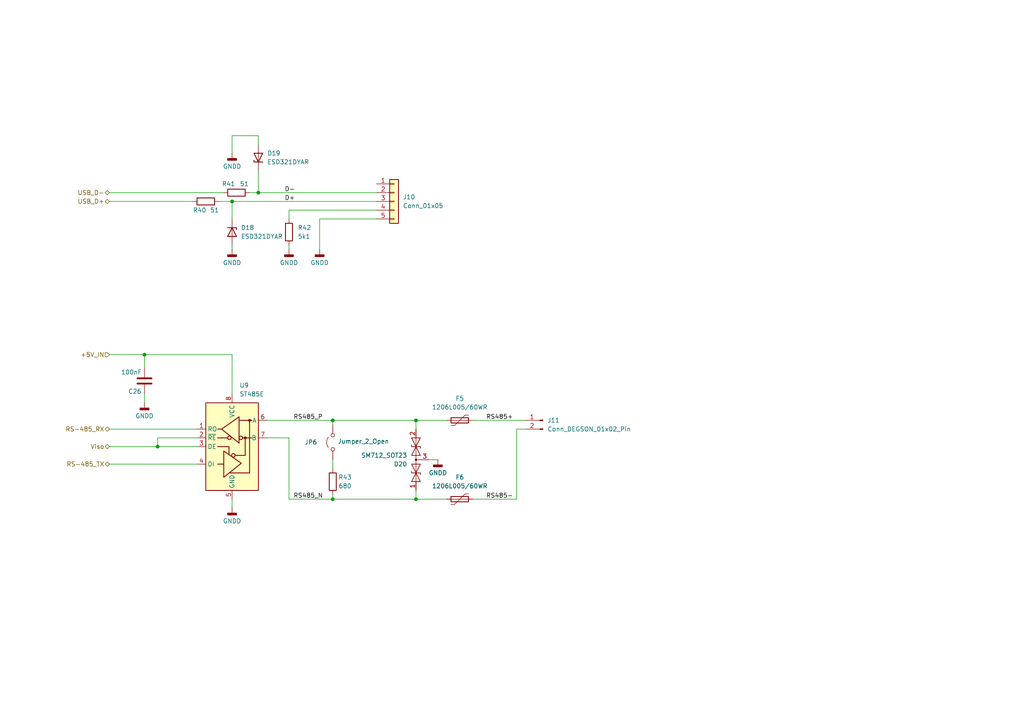
<source format=kicad_sch>
(kicad_sch (version 20250114) (generator "eeschema") (generator_version "9.0")
  (paper "A4")
  (lib_symbols
    (symbol "Connector_Generic:Conn_01x05" (pin_names (offset 1.016) (hide yes))
      (property "Reference" "J" (at 0 7.62 0))
      (property "Value" "Conn_01x05" (at 0 -7.62 0))
      (symbol "Conn_01x05_1_1"
        (rectangle (start -1.27 6.35) (end 1.27 -6.35) (stroke (width 0.254)) (fill (type background)))
        (rectangle (start -1.27 5.207) (end 0 4.953) (stroke (width 0.1524)))
        (rectangle (start -1.27 2.667) (end 0 2.413) (stroke (width 0.1524)))
        (rectangle (start -1.27 0.127) (end 0 -0.127) (stroke (width 0.1524)))
        (rectangle (start -1.27 -2.413) (end 0 -2.667) (stroke (width 0.1524)))
        (rectangle (start -1.27 -4.953) (end 0 -5.207) (stroke (width 0.1524)))
        (pin passive line (at -5.08 5.08 0) (length 3.81) (name "Pin_1") (number "1"))
        (pin passive line (at -5.08 2.54 0) (length 3.81) (name "Pin_2") (number "2"))
        (pin passive line (at -5.08 0 0) (length 3.81) (name "Pin_3") (number "3"))
        (pin passive line (at -5.08 -2.54 0) (length 3.81) (name "Pin_4") (number "4"))
        (pin passive line (at -5.08 -5.08 0) (length 3.81) (name "Pin_5") (number "5"))
      )
    )
    (symbol "Device:C" (pin_numbers (hide yes)) (pin_names (offset 0.254))
      (property "Reference" "C" (at 0.635 2.54 0))
      (property "Value" "C" (at 0.635 -2.54 0))
      (symbol "C_0_1"
        (polyline (pts (xy -2.032 0.762) (xy 2.032 0.762)) (stroke (width 0.508)))
        (polyline (pts (xy -2.032 -0.762) (xy 2.032 -0.762)) (stroke (width 0.508)))
      )
      (symbol "C_1_1"
        (pin passive line (at 0 3.81 270) (length 2.794) (name "~") (number "1"))
        (pin passive line (at 0 -3.81 90) (length 2.794) (name "~") (number "2"))
      )
    )
    (symbol "Device:Polyfuse" (pin_numbers (hide yes)) (pin_names (offset 0))
      (property "Reference" "F" (at -2.54 0 90))
      (property "Value" "Polyfuse" (at 2.54 0 90))
      (symbol "Polyfuse_0_1"
        (polyline (pts (xy -1.524 2.54) (xy -1.524 1.524) (xy 1.524 -1.524) (xy 1.524 -2.54)))
        (rectangle (start -0.762 2.54) (end 0.762 -2.54) (stroke (width 0.254)))
        (polyline (pts (xy 0 2.54) (xy 0 -2.54)))
      )
      (symbol "Polyfuse_1_1"
        (pin passive line (at 0 3.81 270) (length 1.27) (name "~") (number "1"))
        (pin passive line (at 0 -3.81 90) (length 1.27) (name "~") (number "2"))
      )
    )
    (symbol "Device:R" (pin_numbers (hide yes)) (pin_names (offset 0))
      (property "Reference" "R" (at 2.032 0 90))
      (property "Value" "R" (at 0 0 90))
      (symbol "R_0_1"
        (rectangle (start -1.016 -2.54) (end 1.016 2.54) (stroke (width 0.254)))
      )
      (symbol "R_1_1"
        (pin passive line (at 0 3.81 270) (length 1.27) (name "~") (number "1"))
        (pin passive line (at 0 -3.81 90) (length 1.27) (name "~") (number "2"))
      )
    )
    (symbol "Diode:ESD5Zxx" (pin_numbers (hide yes)) (pin_names (hide yes))
      (property "Reference" "D" (at 0 2.54 0))
      (property "Value" "ESD5Zxx" (at 0 -2.54 0))
      (symbol "ESD5Zxx_0_1"
        (polyline (pts (xy -1.27 -1.27) (xy -1.27 1.27) (xy -0.762 1.27)) (stroke (width 0.254)))
        (polyline (pts (xy 1.27 0) (xy -1.27 0)))
        (polyline (pts (xy 1.27 -1.27) (xy 1.27 1.27) (xy -1.27 0) (xy 1.27 -1.27)) (stroke (width 0.254)))
      )
      (symbol "ESD5Zxx_1_1"
        (pin passive line (at -3.81 0 0) (length 2.54) (name "K") (number "1"))
        (pin passive line (at 3.81 0 180) (length 2.54) (name "A") (number "2"))
      )
    )
    (symbol "Diode:SM712_SOT23" (pin_names (offset 1.016) (hide yes))
      (property "Reference" "D" (at 0 4.445 0))
      (property "Value" "SM712_SOT23" (at 0 2.54 0))
      (symbol "SM712_SOT23_0_0"
        (polyline (pts (xy 0 -1.27) (xy 0 0)))
      )
      (symbol "SM712_SOT23_0_1"
        (polyline (pts (xy -6.35 0) (xy 6.35 0)))
        (polyline (pts (xy -6.35 -1.27) (xy -1.27 1.27) (xy -1.27 -1.27) (xy -6.35 1.27) (xy -6.35 -1.27)) (stroke (width 0.2032)))
        (polyline (pts (xy -3.302 1.27) (xy -3.81 1.27) (xy -3.81 -1.27) (xy -4.318 -1.27)) (stroke (width 0.2032)))
        (circle (center 0 0) (radius 0.254) (fill (type outline)))
        (polyline (pts (xy 1.27 -1.27) (xy 1.27 1.27) (xy 6.35 -1.27) (xy 6.35 1.27) (xy 1.27 -1.27)) (stroke (width 0.2032)))
        (polyline (pts (xy 4.318 1.27) (xy 3.81 1.27) (xy 3.81 -1.27) (xy 3.302 -1.27)) (stroke (width 0.2032)))
      )
      (symbol "SM712_SOT23_1_1"
        (pin passive line (at -8.89 0 0) (length 2.54) (name "A1") (number "1"))
        (pin input line (at 0 -3.81 90) (length 2.54) (name "common") (number "3"))
        (pin passive line (at 8.89 0 180) (length 2.54) (name "A2") (number "2"))
      )
    )
    (symbol "Interface_UART:ST485E"
      (property "Reference" "U" (at -6.985 13.97 0))
      (property "Value" "ST485E" (at 2.54 13.97 0))
      (symbol "ST485E_0_1"
        (rectangle (start -7.62 12.7) (end 7.62 -12.7) (stroke (width 0.254)) (fill (type background)))
        (polyline (pts (xy -4.191 2.54) (xy -1.27 2.54)) (stroke (width 0.254)))
        (polyline (pts (xy -4.191 0) (xy -0.889 0) (xy -0.889 -2.286)) (stroke (width 0.254)))
        (polyline (pts (xy -3.175 5.08) (xy -4.191 5.08) (xy -4.064 5.08)) (stroke (width 0.254)))
        (polyline (pts (xy -2.54 -5.08) (xy -4.191 -5.08)) (stroke (width 0.254)))
        (polyline (pts (xy -2.413 -5.08) (xy -2.413 -1.27) (xy 2.667 -4.826) (xy -2.413 -8.89) (xy -2.413 -5.08)) (stroke (width 0.254)))
        (polyline (pts (xy -0.635 -7.62) (xy 5.08 -7.62)) (stroke (width 0.254)))
        (circle (center 0.381 -2.54) (radius 0.508) (stroke (width 0.254)))
        (polyline (pts (xy 0.889 -2.54) (xy 3.81 -2.54)) (stroke (width 0.254)))
        (polyline (pts (xy 2.032 7.62) (xy 5.715 7.62)) (stroke (width 0.254)))
        (polyline (pts (xy 3.048 2.54) (xy 5.715 2.54)) (stroke (width 0.254)))
        (circle (center 3.81 2.54) (radius 0.2794) (stroke (width 0.254)) (fill (type outline)))
        (polyline (pts (xy 3.81 -2.54) (xy 3.81 2.54)) (stroke (width 0.254)))
        (polyline (pts (xy 5.08 -7.62) (xy 5.08 7.62)) (stroke (width 0.254)))
      )
      (symbol "ST485E_1_1"
        (circle (center -0.762 2.54) (radius 0.508) (stroke (width 0.254)))
        (polyline (pts (xy 2.032 4.826) (xy 2.032 8.636) (xy -3.048 5.08) (xy 2.032 1.016) (xy 2.032 4.826)) (stroke (width 0.254)))
        (circle (center 2.54 2.54) (radius 0.508) (stroke (width 0.254)))
        (circle (center 5.08 7.62) (radius 0.2794) (stroke (width 0.254)) (fill (type outline)))
        (pin output line (at -10.16 5.08 0) (length 2.54) (name "RO") (number "1"))
        (pin input line (at -10.16 2.54 0) (length 2.54) (name "~{RE}") (number "2"))
        (pin input line (at -10.16 0 0) (length 2.54) (name "DE") (number "3"))
        (pin input line (at -10.16 -5.08 0) (length 2.54) (name "DI") (number "4"))
        (pin power_in line (at 0 15.24 270) (length 2.54) (name "VCC") (number "8"))
        (pin power_in line (at 0 -15.24 90) (length 2.54) (name "GND") (number "5"))
        (pin bidirectional line (at 10.16 7.62 180) (length 2.54) (name "A") (number "6"))
        (pin bidirectional line (at 10.16 2.54 180) (length 2.54) (name "B") (number "7"))
      )
    )
    (symbol "Jumper:Jumper_2_Open" (pin_numbers (hide yes)) (pin_names (offset 0) (hide yes)) (exclude_from_sim yes)
      (property "Reference" "JP" (at 0 2.794 0))
      (property "Value" "Jumper_2_Open" (at 0 -2.286 0))
      (symbol "Jumper_2_Open_0_0"
        (circle (center -2.032 0) (radius 0.508))
        (circle (center 2.032 0) (radius 0.508))
      )
      (symbol "Jumper_2_Open_0_1"
        (arc (start -1.524 1.27) (mid 0 1.778) (end 1.524 1.27))
      )
      (symbol "Jumper_2_Open_1_1"
        (pin passive line (at -5.08 0 0) (length 2.54) (name "A") (number "1"))
        (pin passive line (at 5.08 0 180) (length 2.54) (name "B") (number "2"))
      )
    )
    (symbol "power:GNDD" (power) (pin_numbers (hide yes)) (pin_names (offset 0) (hide yes))
      (property "Value" "GNDD" (at 0 -3.175 0))
      (symbol "GNDD_0_1"
        (rectangle (start -1.27 -1.524) (end 1.27 -2.032) (stroke (width 0.254)) (fill (type outline)))
        (polyline (pts (xy 0 0) (xy 0 -1.524)))
      )
      (symbol "GNDD_1_1"
        (pin power_in line (at 0 0 270) (length 0) (name "~") (number "1"))
      )
    )
    (symbol "symbols:Conn_DEGSON_01x02_Pin" (pin_names (offset 1.016) (hide yes))
      (property "Reference" "J" (at 0 2.54 0))
      (property "Value" "Conn_DEGSON_01x02_Pin" (at 0 -5.08 0))
      (symbol "Conn_DEGSON_01x02_Pin_1_1"
        (rectangle (start 0.8636 0.127) (end 0 -0.127) (stroke (width 0.1524)) (fill (type outline)))
        (rectangle (start 0.8636 -2.413) (end 0 -2.667) (stroke (width 0.1524)) (fill (type outline)))
        (polyline (pts (xy 1.27 0) (xy 0.8636 0)) (stroke (width 0.1524)))
        (polyline (pts (xy 1.27 -2.54) (xy 0.8636 -2.54)) (stroke (width 0.1524)))
        (pin passive line (at 5.08 0 180) (length 3.81) (name "Pin_1") (number "1"))
        (pin passive line (at 5.08 -2.54 180) (length 3.81) (name "Pin_2") (number "2"))
      )
    )
  )
  (junction (at 120.65 121.92))
  (junction (at 67.31 58.42))
  (junction (at 41.91 102.87))
  (junction (at 96.52 121.92))
  (junction (at 45.72 129.54))
  (junction (at 120.65 144.78))
  (junction (at 96.52 144.78))
  (junction (at 74.93 55.88))
  (wire (pts (xy 137.16 121.92) (xy 152.4 121.92)))
  (wire (pts (xy 127 133.35) (xy 124.46 133.35)))
  (wire (pts (xy 41.91 114.3) (xy 41.91 116.84)))
  (wire (pts (xy 31.75 58.42) (xy 55.88 58.42)))
  (wire (pts (xy 137.16 144.78) (xy 149.86 144.78)))
  (wire (pts (xy 67.31 144.78) (xy 67.31 147.32)))
  (wire (pts (xy 74.93 39.37) (xy 74.93 41.91)))
  (wire (pts (xy 41.91 102.87) (xy 31.75 102.87)))
  (wire (pts (xy 67.31 71.12) (xy 67.31 72.39)))
  (wire (pts (xy 96.52 121.92) (xy 120.65 121.92)))
  (wire (pts (xy 67.31 102.87) (xy 41.91 102.87)))
  (wire (pts (xy 77.47 127) (xy 83.82 127)))
  (wire (pts (xy 67.31 44.45) (xy 67.31 39.37)))
  (wire (pts (xy 67.31 58.42) (xy 109.22 58.42)))
  (wire (pts (xy 120.65 144.78) (xy 129.54 144.78)))
  (wire (pts (xy 77.47 121.92) (xy 96.52 121.92)))
  (wire (pts (xy 83.82 144.78) (xy 96.52 144.78)))
  (wire (pts (xy 109.22 63.5) (xy 92.71 63.5)))
  (wire (pts (xy 96.52 144.78) (xy 96.52 143.51)))
  (wire (pts (xy 83.82 60.96) (xy 109.22 60.96)))
  (wire (pts (xy 67.31 114.3) (xy 67.31 102.87)))
  (wire (pts (xy 74.93 55.88) (xy 109.22 55.88)))
  (wire (pts (xy 120.65 121.92) (xy 129.54 121.92)))
  (wire (pts (xy 72.39 55.88) (xy 74.93 55.88)))
  (wire (pts (xy 31.75 134.62) (xy 57.15 134.62)))
  (wire (pts (xy 96.52 144.78) (xy 120.65 144.78)))
  (wire (pts (xy 31.75 124.46) (xy 57.15 124.46)))
  (wire (pts (xy 31.75 129.54) (xy 45.72 129.54)))
  (wire (pts (xy 83.82 63.5) (xy 83.82 60.96)))
  (wire (pts (xy 67.31 39.37) (xy 74.93 39.37)))
  (wire (pts (xy 31.75 55.88) (xy 64.77 55.88)))
  (wire (pts (xy 45.72 129.54) (xy 57.15 129.54)))
  (wire (pts (xy 96.52 121.92) (xy 96.52 123.19)))
  (wire (pts (xy 96.52 133.35) (xy 96.52 135.89)))
  (wire (pts (xy 149.86 124.46) (xy 152.4 124.46)))
  (wire (pts (xy 57.15 127) (xy 45.72 127)))
  (wire (pts (xy 83.82 127) (xy 83.82 144.78)))
  (wire (pts (xy 83.82 71.12) (xy 83.82 72.39)))
  (wire (pts (xy 74.93 49.53) (xy 74.93 55.88)))
  (wire (pts (xy 67.31 63.5) (xy 67.31 58.42)))
  (wire (pts (xy 45.72 127) (xy 45.72 129.54)))
  (wire (pts (xy 63.5 58.42) (xy 67.31 58.42)))
  (wire (pts (xy 92.71 63.5) (xy 92.71 72.39)))
  (wire (pts (xy 120.65 121.92) (xy 120.65 124.46)))
  (wire (pts (xy 41.91 102.87) (xy 41.91 106.68)))
  (wire (pts (xy 149.86 144.78) (xy 149.86 124.46)))
  (wire (pts (xy 120.65 142.24) (xy 120.65 144.78)))
  (label "D+" (at 82.55 58.42 0))
  (label "RS485-" (at 140.97 144.78 0))
  (label "D-" (at 82.55 55.88 0))
  (label "RS485_N" (at 85.09 144.78 0))
  (label "RS485_P" (at 85.09 121.92 0))
  (label "RS485+" (at 140.97 121.92 0))
  (hierarchical_label "USB_D-" (shape bidirectional) (at 31.75 55.88 180))
  (hierarchical_label "Viso" (shape bidirectional) (at 31.75 129.54 180))
  (hierarchical_label "RS-485_TX" (shape bidirectional) (at 31.75 134.62 180))
  (hierarchical_label "RS-485_RX" (shape bidirectional) (at 31.75 124.46 180))
  (hierarchical_label "+5V_IN" (shape input) (at 31.75 102.87 180))
  (hierarchical_label "USB_D+" (shape bidirectional) (at 31.75 58.42 180))
  (symbol (lib_id "Device:Polyfuse") (at 133.35 144.78 90) (unit 1)
    (property "Reference" "F6" (at 133.35 138.43 90))
    (property "Value" "1206L005/60WR" (at 133.35 140.97 90))
    (property "Footprint" "Fuse:Fuse_1206_3216Metric_Pad1.42x1.75mm_HandSolder" (effects (hide yes)))
    (property "Datasheet" "https://www.littelfuse.com/assetdocs/resettable-ptcs-1206l-datasheet?assetguid=2b6a1515-d4ee-4c83-8bd4-152b4901b8f5" (effects (hide yes)))
    (property "Description" "Resettable fuse, polymeric positive temperature coefficient" (effects (hide yes)))
  )
  (symbol (lib_id "power:GNDD") (at 67.31 147.32 0) (unit 1)
    (property "Reference" "#PWR069" (effects (hide yes)))
    (property "Value" "GNDD" (at 67.31 151.13 0))
    (property "Description" "Power symbol creates a global label with name \"GNDD\" , digital ground" (effects (hide yes)))
  )
  (symbol (lib_id "power:GNDD") (at 83.82 72.39 0) (unit 1)
    (property "Reference" "#PWR070" (effects (hide yes)))
    (property "Value" "GNDD" (at 83.82 76.2 0))
    (property "Description" "Power symbol creates a global label with name \"GNDD\" , digital ground" (effects (hide yes)))
  )
  (symbol (lib_id "Diode:SM712_SOT23") (at 120.65 133.35 90) (unit 1)
    (property "Reference" "D20" (at 118.11 134.6201 90) (effects (justify left)))
    (property "Value" "SM712_SOT23" (at 118.11 132.0801 90) (effects (justify left)))
    (property "Footprint" "Package_TO_SOT_SMD:SOT-23" (effects (hide yes)))
    (property "Datasheet" "https://www.littelfuse.com/~/media/electronics/datasheets/tvs_diode_arrays/littelfuse_tvs_diode_array_sm712_datasheet.pdf.pdf" (effects (hide yes)))
    (property "Description" "7V/12V, 600W Asymmetrical TVS Diode Array, SOT-23" (effects (hide yes)))
  )
  (symbol (lib_id "Device:R") (at 96.52 139.7 180) (unit 1)
    (property "Reference" "R43" (at 100.076 138.43 0))
    (property "Value" "680" (at 100.076 140.97 0))
    (property "Footprint" "Resistor_SMD:R_0805_2012Metric_Pad1.20x1.40mm_HandSolder" (effects (hide yes)))
    (property "Description" "Resistor" (effects (hide yes)))
  )
  (symbol (lib_id "symbols:Conn_DEGSON_01x02_Pin") (at 157.48 121.92 0) (mirror y) (unit 1)
    (property "Reference" "J11" (at 158.75 121.9199 0) (effects (justify right)))
    (property "Value" "Conn_DEGSON_01x02_Pin" (at 158.75 124.4599 0) (effects (justify right)))
    (property "Footprint" "footprints:DEGSON_DG390-5.0-02P_1x02_P5.0mm_Vertical" (effects (hide yes)))
    (property "Datasheet" "kicad-embed://DG390-5.0-XXP-1Y-00A&Z(H).pdf" (effects (hide yes)))
    (property "Description" "Push-in connector horizontal, single row, 01x02, script generated" (effects (hide yes)))
  )
  (symbol (lib_id "power:GNDD") (at 127 133.35 0) (unit 1)
    (property "Reference" "#PWR072" (effects (hide yes)))
    (property "Value" "GNDD" (at 127 137.16 0))
    (property "Description" "Power symbol creates a global label with name \"GNDD\" , digital ground" (effects (hide yes)))
  )
  (symbol (lib_id "power:GNDD") (at 67.31 44.45 0) (unit 1)
    (property "Reference" "#PWR067" (effects (hide yes)))
    (property "Value" "GNDD" (at 67.31 48.26 0))
    (property "Description" "Power symbol creates a global label with name \"GNDD\" , digital ground" (effects (hide yes)))
  )
  (symbol (lib_id "Device:R") (at 68.58 55.88 90) (unit 1)
    (property "Reference" "R41" (at 66.294 53.34 90))
    (property "Value" "51" (at 70.866 53.34 90))
    (property "Footprint" "Resistor_SMD:R_0805_2012Metric_Pad1.20x1.40mm_HandSolder" (effects (hide yes)))
    (property "Description" "Resistor" (effects (hide yes)))
  )
  (symbol (lib_id "Device:C") (at 41.91 110.49 180) (unit 1)
    (property "Reference" "C26" (at 39.116 113.538 0))
    (property "Value" "100nF" (at 38.1 107.95 0))
    (property "Footprint" "Capacitor_SMD:C_0805_2012Metric_Pad1.18x1.45mm_HandSolder" (effects (hide yes)))
    (property "Description" "Unpolarized capacitor" (effects (hide yes)))
  )
  (symbol (lib_id "Interface_UART:ST485E") (at 67.31 129.54 0) (unit 1)
    (property "Reference" "U9" (at 69.4533 111.76 0) (effects (justify left)))
    (property "Value" "ST485E" (at 69.4533 114.3 0) (effects (justify left)))
    (property "Footprint" "Package_SO:SOIC-8_3.9x4.9mm_P1.27mm" (effects (hide yes)))
    (property "Datasheet" "http://www.st.com/resource/en/datasheet/st485eb.pdf" (effects (hide yes)))
    (property "Description" "Half duplex RS-485/RS-422, 5 Mbps, ±15kV ESD, 5V supply, 256 bus load, SOIC-8" (effects (hide yes)))
  )
  (symbol (lib_id "power:GNDD") (at 41.91 116.84 0) (unit 1)
    (property "Reference" "#PWR066" (effects (hide yes)))
    (property "Value" "GNDD" (at 41.91 120.65 0))
    (property "Description" "Power symbol creates a global label with name \"GNDD\" , digital ground" (effects (hide yes)))
  )
  (symbol (lib_id "Diode:ESD5Zxx") (at 74.93 45.72 90) (unit 1)
    (property "Reference" "D19" (at 77.47 44.4499 90) (effects (justify right)))
    (property "Value" "ESD321DYAR" (at 77.47 46.9899 90) (effects (justify right)))
    (property "Footprint" "Diode_SMD:D_SOD-523" (effects (hide yes)))
    (property "Datasheet" "https://www.onsemi.com/pdf/datasheet/esd5z2.5t1-d.pdf" (effects (hide yes)))
    (property "Description" "ESD Protection Diode, SOD-523" (effects (hide yes)))
  )
  (symbol (lib_id "Device:Polyfuse") (at 133.35 121.92 90) (unit 1)
    (property "Reference" "F5" (at 133.35 115.57 90))
    (property "Value" "1206L005/60WR" (at 133.35 118.11 90))
    (property "Footprint" "Fuse:Fuse_1206_3216Metric_Pad1.42x1.75mm_HandSolder" (effects (hide yes)))
    (property "Datasheet" "https://www.littelfuse.com/assetdocs/resettable-ptcs-1206l-datasheet?assetguid=2b6a1515-d4ee-4c83-8bd4-152b4901b8f5" (effects (hide yes)))
    (property "Description" "Resettable fuse, polymeric positive temperature coefficient" (effects (hide yes)))
  )
  (symbol (lib_id "power:GNDD") (at 67.31 72.39 0) (unit 1)
    (property "Reference" "#PWR068" (effects (hide yes)))
    (property "Value" "GNDD" (at 67.31 76.2 0))
    (property "Description" "Power symbol creates a global label with name \"GNDD\" , digital ground" (effects (hide yes)))
  )
  (symbol (lib_id "Device:R") (at 59.69 58.42 90) (unit 1)
    (property "Reference" "R40" (at 57.912 60.96 90))
    (property "Value" "51" (at 62.23 60.96 90))
    (property "Footprint" "Resistor_SMD:R_0805_2012Metric_Pad1.20x1.40mm_HandSolder" (effects (hide yes)))
    (property "Description" "Resistor" (effects (hide yes)))
  )
  (symbol (lib_id "power:GNDD") (at 92.71 72.39 0) (unit 1)
    (property "Reference" "#PWR071" (effects (hide yes)))
    (property "Value" "GNDD" (at 92.71 76.2 0))
    (property "Description" "Power symbol creates a global label with name \"GNDD\" , digital ground" (effects (hide yes)))
  )
  (symbol (lib_id "Device:R") (at 83.82 67.31 0) (unit 1)
    (property "Reference" "R42" (at 86.36 66.0399 0) (effects (justify left)))
    (property "Value" "5k1" (at 86.36 68.5799 0) (effects (justify left)))
    (property "Footprint" "Resistor_SMD:R_0805_2012Metric_Pad1.20x1.40mm_HandSolder" (effects (hide yes)))
    (property "Description" "Resistor" (effects (hide yes)))
  )
  (symbol (lib_id "Jumper:Jumper_2_Open") (at 96.52 128.27 90) (unit 1) (exclude_from_sim yes)
    (property "Reference" "JP6" (at 90.17 128.27 90))
    (property "Value" "Jumper_2_Open" (at 105.41 128.016 90))
    (property "Footprint" "TestPoint:TestPoint_2Pads_Pitch2.54mm_Drill0.8mm" (effects (hide yes)))
    (property "Description" "Jumper, 2-pole, open" (effects (hide yes)))
  )
  (symbol (lib_id "Diode:ESD5Zxx") (at 67.31 67.31 270) (unit 1)
    (property "Reference" "D18" (at 69.85 66.0399 90) (effects (justify left)))
    (property "Value" "ESD321DYAR" (at 69.85 68.5799 90) (effects (justify left)))
    (property "Footprint" "Diode_SMD:D_SOD-523" (effects (hide yes)))
    (property "Datasheet" "https://www.onsemi.com/pdf/datasheet/esd5z2.5t1-d.pdf" (effects (hide yes)))
    (property "Description" "ESD Protection Diode, SOD-523" (effects (hide yes)))
  )
  (symbol (lib_id "Connector_Generic:Conn_01x05") (at 114.3 58.42 0) (unit 1)
    (property "Reference" "J10" (at 116.84 57.1499 0) (effects (justify left)))
    (property "Value" "Conn_01x05" (at 116.84 59.6899 0) (effects (justify left)))
    (property "Footprint" "Connector_JST:JST_PH_B5B-PH-K_1x05_P2.00mm_Vertical" (effects (hide yes)))
    (property "Description" "Generic connector, single row, 01x05, script generated (kicad-library-utils/schlib/autogen/connector/)" (effects (hide yes)))
  )
)
</source>
